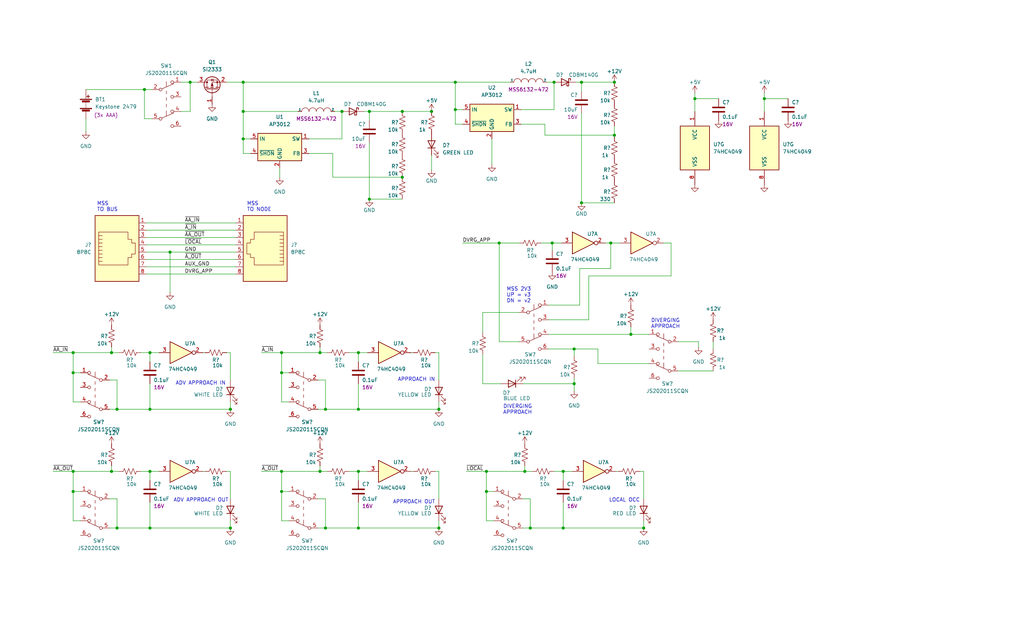
<source format=kicad_sch>
(kicad_sch (version 20211123) (generator eeschema)
  (paper "USLegal")
  (title_block (title "MSS Debugger v2.0") (company "Iowa Scaled Engineering"))
  (lib_symbols
    (symbol "4xxx:4049" (pin_names (offset 1.016))
      (property "Reference" "U" (at 0 1.27 0))
      (property "Value" "4049" (at 0 -1.27 0))
      (symbol "4049_1_0"
        (polyline (pts (xy -3.81 3.81) (xy -3.81 -3.81) (xy 3.81 0) (xy -3.81 3.81)) (stroke (width 0.254)) (fill (type background)))
        (pin output inverted (at 7.62 0 180) (length 3.81) (name "~") (number "2"))
        (pin input line (at -7.62 0 0) (length 3.81) (name "~") (number "3"))
      )
      (symbol "4049_2_0"
        (polyline (pts (xy -3.81 3.81) (xy -3.81 -3.81) (xy 3.81 0) (xy -3.81 3.81)) (stroke (width 0.254)) (fill (type background)))
        (pin output inverted (at 7.62 0 180) (length 3.81) (name "~") (number "4"))
        (pin input line (at -7.62 0 0) (length 3.81) (name "~") (number "5"))
      )
      (symbol "4049_3_0"
        (polyline (pts (xy -3.81 3.81) (xy -3.81 -3.81) (xy 3.81 0) (xy -3.81 3.81)) (stroke (width 0.254)) (fill (type background)))
        (pin output inverted (at 7.62 0 180) (length 3.81) (name "~") (number "6"))
        (pin input line (at -7.62 0 0) (length 3.81) (name "~") (number "7"))
      )
      (symbol "4049_4_0"
        (polyline (pts (xy -3.81 3.81) (xy -3.81 -3.81) (xy 3.81 0) (xy -3.81 3.81)) (stroke (width 0.254)) (fill (type background)))
        (pin output inverted (at 7.62 0 180) (length 3.81) (name "~") (number "10"))
        (pin input line (at -7.62 0 0) (length 3.81) (name "~") (number "9"))
      )
      (symbol "4049_5_0"
        (polyline (pts (xy -3.81 3.81) (xy -3.81 -3.81) (xy 3.81 0) (xy -3.81 3.81)) (stroke (width 0.254)) (fill (type background)))
        (pin input line (at -7.62 0 0) (length 3.81) (name "~") (number "11"))
        (pin output inverted (at 7.62 0 180) (length 3.81) (name "~") (number "12"))
      )
      (symbol "4049_6_0"
        (polyline (pts (xy -3.81 3.81) (xy -3.81 -3.81) (xy 3.81 0) (xy -3.81 3.81)) (stroke (width 0.254)) (fill (type background)))
        (pin input line (at -7.62 0 0) (length 3.81) (name "~") (number "14"))
        (pin output inverted (at 7.62 0 180) (length 3.81) (name "~") (number "15"))
      )
      (symbol "4049_7_0"
        (pin power_in line (at 0 12.7 270) (length 5.08) (name "VCC") (number "1"))
        (pin power_in line (at 0 -12.7 90) (length 5.08) (name "VSS") (number "8"))
      )
      (symbol "4049_7_1"
        (rectangle (start -5.08 7.62) (end 5.08 -7.62) (stroke (width 0.254)) (fill (type background)))
      )
    )
    (symbol "Connector:8P8C" (pin_names (offset 1.016))
      (property "Reference" "J" (at -5.08 13.97 0))
      (property "Value" "8P8C" (at 2.54 13.97 0))
      (symbol "8P8C_0_1"
        (polyline (pts (xy -5.08 4.445) (xy -6.35 4.445)))
        (polyline (pts (xy -5.08 5.715) (xy -6.35 5.715)))
        (polyline (pts (xy -6.35 -3.175) (xy -5.08 -3.175) (xy -5.08 -3.175)))
        (polyline (pts (xy -6.35 -1.905) (xy -5.08 -1.905) (xy -5.08 -1.905)))
        (polyline (pts (xy -6.35 -0.635) (xy -5.08 -0.635) (xy -5.08 -0.635)))
        (polyline (pts (xy -6.35 0.635) (xy -5.08 0.635) (xy -5.08 0.635)))
        (polyline (pts (xy -6.35 1.905) (xy -5.08 1.905) (xy -5.08 1.905)))
        (polyline (pts (xy -5.08 3.175) (xy -6.35 3.175) (xy -6.35 3.175)))
        (polyline (pts (xy -6.35 -4.445) (xy -6.35 6.985) (xy 3.81 6.985) (xy 3.81 4.445) (xy 5.08 4.445) (xy 5.08 3.175) (xy 6.35 3.175) (xy 6.35 -0.635) (xy 5.08 -0.635) (xy 5.08 -1.905) (xy 3.81 -1.905) (xy 3.81 -4.445) (xy -6.35 -4.445) (xy -6.35 -4.445)))
        (rectangle (start 7.62 12.7) (end -7.62 -10.16) (stroke (width 0.254)) (fill (type background)))
      )
      (symbol "8P8C_1_1"
        (pin passive line (at 10.16 -7.62 180) (length 2.54) (name "~") (number "1"))
        (pin passive line (at 10.16 -5.08 180) (length 2.54) (name "~") (number "2"))
        (pin passive line (at 10.16 -2.54 180) (length 2.54) (name "~") (number "3"))
        (pin passive line (at 10.16 0 180) (length 2.54) (name "~") (number "4"))
        (pin passive line (at 10.16 2.54 180) (length 2.54) (name "~") (number "5"))
        (pin passive line (at 10.16 5.08 180) (length 2.54) (name "~") (number "6"))
        (pin passive line (at 10.16 7.62 180) (length 2.54) (name "~") (number "7"))
        (pin passive line (at 10.16 10.16 180) (length 2.54) (name "~") (number "8"))
      )
    )
    (symbol "Device:Battery" (pin_numbers hide) (pin_names (offset 0) hide)
      (property "Reference" "BT" (at 2.54 2.54 0))
      (property "Value" "Battery" (at 2.54 0 0))
      (symbol "Battery_0_1"
        (rectangle (start -2.032 -1.397) (end 2.032 -1.651) (fill (type outline)))
        (rectangle (start -2.032 1.778) (end 2.032 1.524) (fill (type outline)))
        (rectangle (start -1.3208 -1.9812) (end 1.27 -2.4892) (fill (type outline)))
        (rectangle (start -1.3208 1.1938) (end 1.27 0.6858) (fill (type outline)))
        (polyline (pts (xy 0 -1.524) (xy 0 -1.27)))
        (polyline (pts (xy 0 -1.016) (xy 0 -0.762)))
        (polyline (pts (xy 0 -0.508) (xy 0 -0.254)))
        (polyline (pts (xy 0 0) (xy 0 0.254)))
        (polyline (pts (xy 0 0.508) (xy 0 0.762)))
        (polyline (pts (xy 0 1.778) (xy 0 2.54)))
        (polyline (pts (xy 0.254 2.667) (xy 1.27 2.667)) (stroke (width 0.254)))
        (polyline (pts (xy 0.762 3.175) (xy 0.762 2.159)) (stroke (width 0.254)))
      )
      (symbol "Battery_1_1"
        (pin passive line (at 0 5.08 270) (length 2.54) (name "+") (number "1"))
        (pin passive line (at 0 -5.08 90) (length 2.54) (name "-") (number "2"))
      )
    )
    (symbol "Device:C" (pin_numbers hide) (pin_names (offset 0.254))
      (property "Reference" "C" (at 0.635 2.54 0))
      (property "Value" "C" (at 0.635 -2.54 0))
      (symbol "C_0_1"
        (polyline (pts (xy -2.032 -0.762) (xy 2.032 -0.762)) (stroke (width 0.508)))
        (polyline (pts (xy -2.032 0.762) (xy 2.032 0.762)) (stroke (width 0.508)))
      )
      (symbol "C_1_1"
        (pin passive line (at 0 3.81 270) (length 2.794) (name "~") (number "1"))
        (pin passive line (at 0 -3.81 90) (length 2.794) (name "~") (number "2"))
      )
    )
    (symbol "Device:D_Schottky" (pin_numbers hide) (pin_names (offset 1.016) hide)
      (property "Reference" "D" (at 0 2.54 0))
      (property "Value" "D_Schottky" (at 0 -2.54 0))
      (symbol "D_Schottky_0_1"
        (polyline (pts (xy 1.27 0) (xy -1.27 0)))
        (polyline (pts (xy 1.27 1.27) (xy 1.27 -1.27) (xy -1.27 0) (xy 1.27 1.27)) (stroke (width 0.254)))
        (polyline (pts (xy -1.905 0.635) (xy -1.905 1.27) (xy -1.27 1.27) (xy -1.27 -1.27) (xy -0.635 -1.27) (xy -0.635 -0.635)) (stroke (width 0.254)))
      )
      (symbol "D_Schottky_1_1"
        (pin passive line (at -3.81 0 0) (length 2.54) (name "K") (number "1"))
        (pin passive line (at 3.81 0 180) (length 2.54) (name "A") (number "2"))
      )
    )
    (symbol "Device:LED" (pin_numbers hide) (pin_names (offset 1.016) hide)
      (property "Reference" "D" (at 0 2.54 0))
      (property "Value" "LED" (at 0 -2.54 0))
      (symbol "LED_0_1"
        (polyline (pts (xy -1.27 -1.27) (xy -1.27 1.27)) (stroke (width 0.254)))
        (polyline (pts (xy -1.27 0) (xy 1.27 0)))
        (polyline (pts (xy 1.27 -1.27) (xy 1.27 1.27) (xy -1.27 0) (xy 1.27 -1.27)) (stroke (width 0.254)))
        (polyline (pts (xy -3.048 -0.762) (xy -4.572 -2.286) (xy -3.81 -2.286) (xy -4.572 -2.286) (xy -4.572 -1.524)))
        (polyline (pts (xy -1.778 -0.762) (xy -3.302 -2.286) (xy -2.54 -2.286) (xy -3.302 -2.286) (xy -3.302 -1.524)))
      )
      (symbol "LED_1_1"
        (pin passive line (at -3.81 0 0) (length 2.54) (name "K") (number "1"))
        (pin passive line (at 3.81 0 180) (length 2.54) (name "A") (number "2"))
      )
    )
    (symbol "Device:Q_PMOS_GSD" (pin_names (offset 0) hide)
      (property "Reference" "Q" (at 5.08 1.27 0))
      (property "Value" "Q_PMOS_GSD" (at 5.08 -1.27 0))
      (symbol "Q_PMOS_GSD_0_1"
        (polyline (pts (xy 0.254 0) (xy -2.54 0)))
        (polyline (pts (xy 0.254 1.905) (xy 0.254 -1.905)) (stroke (width 0.254)))
        (polyline (pts (xy 0.762 -1.27) (xy 0.762 -2.286)) (stroke (width 0.254)))
        (polyline (pts (xy 0.762 0.508) (xy 0.762 -0.508)) (stroke (width 0.254)))
        (polyline (pts (xy 0.762 2.286) (xy 0.762 1.27)) (stroke (width 0.254)))
        (polyline (pts (xy 2.54 2.54) (xy 2.54 1.778)))
        (polyline (pts (xy 2.54 -2.54) (xy 2.54 0) (xy 0.762 0)))
        (polyline (pts (xy 0.762 1.778) (xy 3.302 1.778) (xy 3.302 -1.778) (xy 0.762 -1.778)))
        (polyline (pts (xy 2.286 0) (xy 1.27 0.381) (xy 1.27 -0.381) (xy 2.286 0)) (fill (type outline)))
        (polyline (pts (xy 2.794 -0.508) (xy 2.921 -0.381) (xy 3.683 -0.381) (xy 3.81 -0.254)))
        (polyline (pts (xy 3.302 -0.381) (xy 2.921 0.254) (xy 3.683 0.254) (xy 3.302 -0.381)))
        (circle (center 1.651 0) (radius 2.794) (stroke (width 0.254)))
        (circle (center 2.54 -1.778) (radius 0.254) (fill (type outline)))
        (circle (center 2.54 1.778) (radius 0.254) (fill (type outline)))
      )
      (symbol "Q_PMOS_GSD_1_1"
        (pin input line (at -5.08 0 0) (length 2.54) (name "G") (number "1"))
        (pin passive line (at 2.54 -5.08 90) (length 2.54) (name "S") (number "2"))
        (pin passive line (at 2.54 5.08 270) (length 2.54) (name "D") (number "3"))
      )
    )
    (symbol "Device:R_US" (pin_numbers hide) (pin_names (offset 0))
      (property "Reference" "R" (at 2.54 0 90))
      (property "Value" "R_US" (at -2.54 0 90))
      (symbol "R_US_0_1"
        (polyline (pts (xy 0 -2.286) (xy 0 -2.54)))
        (polyline (pts (xy 0 2.286) (xy 0 2.54)))
        (polyline (pts (xy 0 -0.762) (xy 1.016 -1.143) (xy 0 -1.524) (xy -1.016 -1.905) (xy 0 -2.286)))
        (polyline (pts (xy 0 0.762) (xy 1.016 0.381) (xy 0 0) (xy -1.016 -0.381) (xy 0 -0.762)))
        (polyline (pts (xy 0 2.286) (xy 1.016 1.905) (xy 0 1.524) (xy -1.016 1.143) (xy 0 0.762)))
      )
      (symbol "R_US_1_1"
        (pin passive line (at 0 3.81 270) (length 1.27) (name "~") (number "1"))
        (pin passive line (at 0 -3.81 90) (length 1.27) (name "~") (number "2"))
      )
    )
    (symbol "Mechanical:MountingHole_Pad" (pin_numbers hide) (pin_names (offset 1.016) hide)
      (property "Reference" "H" (at 0 6.35 0))
      (property "Value" "MountingHole_Pad" (at 0 4.445 0))
      (symbol "MountingHole_Pad_0_1"
        (circle (center 0 1.27) (radius 1.27) (stroke (width 1.27)))
      )
      (symbol "MountingHole_Pad_1_1"
        (pin input line (at 0 -2.54 90) (length 2.54) (name "1") (number "1"))
      )
    )
    (symbol "Regulator_Switching:AP3012"
      (property "Reference" "U" (at -7.62 5.715 0))
      (property "Value" "AP3012" (at 0 5.715 0))
      (symbol "AP3012_0_1"
        (rectangle (start -7.62 4.445) (end 7.62 -5.08) (stroke (width 0.254)) (fill (type background)))
      )
      (symbol "AP3012_1_1"
        (pin passive line (at 10.16 2.54 180) (length 2.54) (name "SW") (number "1"))
        (pin power_in line (at 0 -7.62 90) (length 2.54) (name "GND") (number "2"))
        (pin input line (at 10.16 -2.54 180) (length 2.54) (name "FB") (number "3"))
        (pin input line (at -10.16 -2.54 0) (length 2.54) (name "~{SHDN}") (number "4"))
        (pin power_in line (at -10.16 2.54 0) (length 2.54) (name "IN") (number "5"))
      )
    )
    (symbol "Switch:SW_Push_DPDT" (pin_names (offset 0) hide)
      (property "Reference" "SW" (at 0 8.89 0))
      (property "Value" "SW_Push_DPDT" (at 0 -10.16 0))
      (symbol "SW_Push_DPDT_0_0"
        (circle (center -2.032 -5.08) (radius 0.508))
        (circle (center -2.032 5.08) (radius 0.508))
        (circle (center 2.032 -7.62) (radius 0.508))
        (circle (center 2.032 2.54) (radius 0.508))
      )
      (symbol "SW_Push_DPDT_0_1"
        (polyline (pts (xy -1.524 -4.826) (xy 2.54 -3.048)))
        (polyline (pts (xy -1.524 5.334) (xy 2.54 7.112)))
        (polyline (pts (xy 0 -2.286) (xy 0 -4.064)))
        (polyline (pts (xy 0 -1.016) (xy 0 0)))
        (polyline (pts (xy 0 1.27) (xy 0 2.286)))
        (polyline (pts (xy 0 3.556) (xy 0 4.572)))
        (polyline (pts (xy 0 7.874) (xy 0 6.096)))
        (circle (center 2.032 -2.54) (radius 0.508))
        (circle (center 2.032 7.62) (radius 0.508))
      )
      (symbol "SW_Push_DPDT_1_1"
        (pin passive line (at 5.08 7.62 180) (length 2.54) (name "A") (number "1"))
        (pin passive line (at -5.08 5.08 0) (length 2.54) (name "B") (number "2"))
        (pin passive line (at 5.08 2.54 180) (length 2.54) (name "C") (number "3"))
        (pin passive line (at 5.08 -2.54 180) (length 2.54) (name "A") (number "4"))
        (pin passive line (at -5.08 -5.08 0) (length 2.54) (name "B") (number "5"))
        (pin passive line (at 5.08 -7.62 180) (length 2.54) (name "C") (number "6"))
      )
    )
    (symbol "power:+12V" (power) (pin_names (offset 0))
      (property "Value" "+12V" (at 0 3.556 0))
      (symbol "+12V_0_1"
        (polyline (pts (xy -0.762 1.27) (xy 0 2.54)))
        (polyline (pts (xy 0 0) (xy 0 2.54)))
        (polyline (pts (xy 0 2.54) (xy 0.762 1.27)))
      )
      (symbol "+12V_1_1"
        (pin power_in line (at 0 0 90) (length 0) hide (name "+12V") (number "1"))
      )
    )
    (symbol "power:+5V" (power) (pin_names (offset 0))
      (property "Value" "+5V" (at 0 3.556 0))
      (symbol "+5V_0_1"
        (polyline (pts (xy -0.762 1.27) (xy 0 2.54)))
        (polyline (pts (xy 0 0) (xy 0 2.54)))
        (polyline (pts (xy 0 2.54) (xy 0.762 1.27)))
      )
      (symbol "+5V_1_1"
        (pin power_in line (at 0 0 90) (length 0) hide (name "+5V") (number "1"))
      )
    )
    (symbol "power:GND" (power) (pin_names (offset 0))
      (property "Value" "GND" (at 0 -3.81 0))
      (symbol "GND_0_1"
        (polyline (pts (xy 0 0) (xy 0 -1.27) (xy 1.27 -1.27) (xy 0 -2.54) (xy -1.27 -1.27) (xy 0 -1.27)))
      )
      (symbol "GND_1_1"
        (pin power_in line (at 0 0 270) (length 0) hide (name "GND") (number "1"))
      )
    )
    (symbol "pspice:INDUCTOR" (pin_numbers hide) (pin_names (offset 0))
      (property "Reference" "L" (at 0 2.54 0))
      (property "Value" "INDUCTOR" (at 0 -1.27 0))
      (symbol "INDUCTOR_0_1"
        (arc (start -2.54 0) (mid -3.81 1.27) (end -5.08 0))
        (arc (start 0 0) (mid -1.27 1.27) (end -2.54 0))
        (arc (start 2.54 0) (mid 1.27 1.27) (end 0 0))
        (arc (start 5.08 0) (mid 3.81 1.27) (end 2.54 0))
      )
      (symbol "INDUCTOR_1_1"
        (pin input line (at -6.35 0 0) (length 1.27) (name "1") (number "1"))
        (pin input line (at 6.35 0 180) (length 1.27) (name "2") (number "2"))
      )
    )
  )
  (junction (at 124.46 163.83))
  (junction (at 158.115 28.575))
  (junction (at 52.07 183.515))
  (junction (at 59.055 87.63))
  (junction (at 152.4 183.515))
  (junction (at 118.745 38.735))
  (junction (at 52.07 163.83))
  (junction (at 168.91 163.83))
  (junction (at 241.3 34.29))
  (junction (at 195.58 183.515))
  (junction (at 195.58 163.83))
  (junction (at 128.27 38.735))
  (junction (at 52.07 122.555))
  (junction (at 139.7 61.595))
  (junction (at 38.735 122.555))
  (junction (at 25.4 122.555))
  (junction (at 199.39 121.285))
  (junction (at 97.79 129.54))
  (junction (at 111.125 122.555))
  (junction (at 173.355 84.455))
  (junction (at 113.03 142.24))
  (junction (at 158.115 38.1))
  (junction (at 212.09 84.455))
  (junction (at 50.165 31.115))
  (junction (at 265.43 34.29))
  (junction (at 80.01 183.515))
  (junction (at 40.64 183.515))
  (junction (at 149.86 38.735))
  (junction (at 52.07 142.24))
  (junction (at 25.4 163.83))
  (junction (at 80.01 142.24))
  (junction (at 84.455 38.735))
  (junction (at 201.93 28.575))
  (junction (at 66.04 28.575))
  (junction (at 223.52 183.515))
  (junction (at 182.245 163.83))
  (junction (at 201.93 70.485))
  (junction (at 84.455 28.575))
  (junction (at 168.91 170.815))
  (junction (at 124.46 142.24))
  (junction (at 38.735 163.83))
  (junction (at 213.36 28.575))
  (junction (at 219.075 116.205))
  (junction (at 213.36 46.99))
  (junction (at 113.03 183.515))
  (junction (at 199.39 133.35))
  (junction (at 128.27 69.215))
  (junction (at 97.79 170.815))
  (junction (at 40.64 142.24))
  (junction (at 124.46 122.555))
  (junction (at 25.4 170.815))
  (junction (at 139.7 38.735))
  (junction (at 191.77 84.455))
  (junction (at 111.125 163.83))
  (junction (at 184.15 183.515))
  (junction (at 97.79 122.555))
  (junction (at 124.46 183.515))
  (junction (at 97.79 163.83))
  (junction (at 192.405 28.575))
  (junction (at 152.4 142.24))
  (junction (at 84.455 48.26))
  (junction (at 25.4 129.54))
  (wire (pts (xy 213.36 46.99) (xy 189.23 46.99)))
  (wire (pts (xy 128.27 38.735) (xy 139.7 38.735)))
  (wire (pts (xy 124.46 122.555) (xy 124.46 125.73)))
  (wire (pts (xy 158.115 28.575) (xy 158.115 38.1)))
  (wire (pts (xy 210.185 84.455) (xy 212.09 84.455)))
  (wire (pts (xy 191.77 84.455) (xy 191.77 86.995)))
  (wire (pts (xy 213.36 46.99) (xy 213.36 47.625)))
  (wire (pts (xy 195.58 163.83) (xy 195.58 167.005)))
  (wire (pts (xy 207.645 126.365) (xy 207.645 121.285)))
  (wire (pts (xy 66.04 38.735) (xy 62.865 38.735)))
  (wire (pts (xy 198.755 163.83) (xy 195.58 163.83)))
  (wire (pts (xy 118.745 48.26) (xy 118.745 38.735)))
  (wire (pts (xy 124.46 133.35) (xy 124.46 142.24)))
  (wire (pts (xy 167.64 108.585) (xy 167.64 115.57)))
  (wire (pts (xy 50.8 90.17) (xy 81.915 90.17)))
  (wire (pts (xy 201.295 106.045) (xy 201.295 93.345)))
  (wire (pts (xy 127.635 163.83) (xy 124.46 163.83)))
  (wire (pts (xy 168.91 170.815) (xy 168.91 163.83)))
  (wire (pts (xy 115.57 53.34) (xy 107.315 53.34)))
  (wire (pts (xy 118.745 38.735) (xy 116.205 38.735)))
  (wire (pts (xy 50.165 41.275) (xy 52.705 41.275)))
  (wire (pts (xy 25.4 129.54) (xy 25.4 139.7)))
  (wire (pts (xy 265.43 34.29) (xy 265.43 38.735)))
  (wire (pts (xy 52.07 122.555) (xy 52.07 125.73)))
  (wire (pts (xy 52.07 142.24) (xy 40.64 142.24)))
  (wire (pts (xy 204.47 111.125) (xy 204.47 95.885)))
  (wire (pts (xy 124.46 174.625) (xy 124.46 183.515)))
  (wire (pts (xy 52.07 133.35) (xy 52.07 142.24)))
  (wire (pts (xy 127.635 122.555) (xy 124.46 122.555)))
  (wire (pts (xy 100.33 170.815) (xy 97.79 170.815)))
  (wire (pts (xy 50.8 85.09) (xy 81.915 85.09)))
  (wire (pts (xy 190.5 111.125) (xy 204.47 111.125)))
  (wire (pts (xy 190.5 106.045) (xy 201.295 106.045)))
  (wire (pts (xy 126.365 38.735) (xy 128.27 38.735)))
  (wire (pts (xy 225.425 126.365) (xy 207.645 126.365)))
  (wire (pts (xy 230.505 84.455) (xy 233.045 84.455)))
  (wire (pts (xy 80.01 122.555) (xy 80.01 132.08)))
  (wire (pts (xy 219.075 113.665) (xy 219.075 116.205)))
  (wire (pts (xy 124.46 122.555) (xy 121.285 122.555)))
  (wire (pts (xy 50.8 95.25) (xy 81.915 95.25)))
  (wire (pts (xy 55.245 122.555) (xy 52.07 122.555)))
  (wire (pts (xy 212.09 84.455) (xy 215.265 84.455)))
  (wire (pts (xy 59.055 87.63) (xy 59.055 101.6)))
  (wire (pts (xy 241.3 34.29) (xy 241.3 38.735)))
  (wire (pts (xy 59.055 87.63) (xy 81.915 87.63)))
  (wire (pts (xy 161.925 163.83) (xy 168.91 163.83)))
  (wire (pts (xy 38.735 163.83) (xy 41.275 163.83)))
  (wire (pts (xy 223.52 180.975) (xy 223.52 183.515)))
  (wire (pts (xy 124.46 163.83) (xy 124.46 167.005)))
  (wire (pts (xy 40.64 142.24) (xy 38.1 142.24)))
  (wire (pts (xy 142.875 122.555) (xy 143.51 122.555)))
  (wire (pts (xy 152.4 122.555) (xy 152.4 132.08)))
  (wire (pts (xy 52.07 163.83) (xy 52.07 167.005)))
  (wire (pts (xy 158.115 28.575) (xy 177.165 28.575)))
  (wire (pts (xy 152.4 142.24) (xy 124.46 142.24)))
  (wire (pts (xy 25.4 129.54) (xy 25.4 122.555)))
  (wire (pts (xy 97.79 170.815) (xy 97.79 163.83)))
  (wire (pts (xy 171.45 170.815) (xy 168.91 170.815)))
  (wire (pts (xy 204.47 95.885) (xy 233.045 95.885)))
  (wire (pts (xy 182.245 163.83) (xy 184.785 163.83)))
  (wire (pts (xy 40.64 132.08) (xy 40.64 142.24)))
  (wire (pts (xy 84.455 38.735) (xy 84.455 48.26)))
  (wire (pts (xy 182.245 161.925) (xy 182.245 163.83)))
  (wire (pts (xy 167.64 133.35) (xy 173.99 133.35)))
  (wire (pts (xy 84.455 53.34) (xy 86.995 53.34)))
  (wire (pts (xy 139.7 61.595) (xy 115.57 61.595)))
  (wire (pts (xy 181.61 173.355) (xy 184.15 173.355)))
  (wire (pts (xy 107.315 48.26) (xy 118.745 48.26)))
  (wire (pts (xy 52.07 122.555) (xy 48.895 122.555)))
  (wire (pts (xy 242.57 118.745) (xy 242.57 120.65)))
  (wire (pts (xy 84.455 53.34) (xy 84.455 48.26)))
  (wire (pts (xy 80.01 183.515) (xy 52.07 183.515)))
  (wire (pts (xy 29.845 45.72) (xy 29.845 41.275)))
  (wire (pts (xy 184.15 173.355) (xy 184.15 183.515)))
  (wire (pts (xy 190.5 116.205) (xy 219.075 116.205)))
  (wire (pts (xy 128.27 41.91) (xy 128.27 38.735)))
  (wire (pts (xy 181.61 133.35) (xy 199.39 133.35)))
  (wire (pts (xy 100.33 139.7) (xy 97.79 139.7)))
  (wire (pts (xy 192.405 38.1) (xy 192.405 28.575)))
  (wire (pts (xy 199.39 135.89) (xy 199.39 133.35)))
  (wire (pts (xy 223.52 163.83) (xy 223.52 173.355)))
  (wire (pts (xy 199.39 133.35) (xy 199.39 131.445)))
  (wire (pts (xy 52.07 183.515) (xy 40.64 183.515)))
  (wire (pts (xy 40.64 183.515) (xy 38.1 183.515)))
  (wire (pts (xy 50.8 77.47) (xy 81.915 77.47)))
  (wire (pts (xy 187.96 84.455) (xy 191.77 84.455)))
  (wire (pts (xy 80.01 142.24) (xy 52.07 142.24)))
  (wire (pts (xy 113.03 142.24) (xy 110.49 142.24)))
  (wire (pts (xy 97.79 170.815) (xy 97.79 180.975)))
  (wire (pts (xy 168.91 170.815) (xy 168.91 180.975)))
  (wire (pts (xy 171.45 180.975) (xy 168.91 180.975)))
  (wire (pts (xy 213.995 163.83) (xy 214.63 163.83)))
  (wire (pts (xy 173.355 84.455) (xy 173.355 118.745)))
  (wire (pts (xy 27.94 180.975) (xy 25.4 180.975)))
  (wire (pts (xy 78.74 122.555) (xy 80.01 122.555)))
  (wire (pts (xy 212.09 93.345) (xy 212.09 84.455)))
  (wire (pts (xy 191.77 84.455) (xy 194.945 84.455)))
  (wire (pts (xy 190.5 121.285) (xy 199.39 121.285)))
  (wire (pts (xy 40.64 173.355) (xy 40.64 183.515)))
  (wire (pts (xy 201.93 31.75) (xy 201.93 28.575)))
  (wire (pts (xy 52.07 174.625) (xy 52.07 183.515)))
  (wire (pts (xy 124.46 142.24) (xy 113.03 142.24)))
  (wire (pts (xy 167.64 123.19) (xy 167.64 133.35)))
  (wire (pts (xy 25.4 163.83) (xy 38.735 163.83)))
  (wire (pts (xy 38.735 122.555) (xy 41.275 122.555)))
  (wire (pts (xy 113.03 183.515) (xy 110.49 183.515)))
  (wire (pts (xy 18.415 122.555) (xy 25.4 122.555)))
  (wire (pts (xy 70.485 163.83) (xy 71.12 163.83)))
  (wire (pts (xy 27.94 139.7) (xy 25.4 139.7)))
  (wire (pts (xy 235.585 128.905) (xy 247.65 128.905)))
  (wire (pts (xy 84.455 28.575) (xy 84.455 38.735)))
  (wire (pts (xy 113.03 173.355) (xy 113.03 183.515)))
  (wire (pts (xy 90.805 122.555) (xy 97.79 122.555)))
  (wire (pts (xy 97.79 129.54) (xy 97.79 122.555)))
  (wire (pts (xy 27.94 170.815) (xy 25.4 170.815)))
  (wire (pts (xy 113.03 132.08) (xy 113.03 142.24)))
  (wire (pts (xy 173.355 118.745) (xy 180.34 118.745)))
  (wire (pts (xy 152.4 180.975) (xy 152.4 183.515)))
  (wire (pts (xy 100.33 180.975) (xy 97.79 180.975)))
  (wire (pts (xy 111.125 163.83) (xy 113.665 163.83)))
  (wire (pts (xy 152.4 163.83) (xy 152.4 173.355)))
  (wire (pts (xy 52.07 163.83) (xy 48.895 163.83)))
  (wire (pts (xy 158.115 43.18) (xy 160.655 43.18)))
  (wire (pts (xy 149.86 53.975) (xy 149.86 59.055)))
  (wire (pts (xy 62.865 28.575) (xy 66.04 28.575)))
  (wire (pts (xy 97.79 122.555) (xy 111.125 122.555)))
  (wire (pts (xy 38.1 173.355) (xy 40.64 173.355)))
  (wire (pts (xy 124.46 163.83) (xy 121.285 163.83)))
  (wire (pts (xy 90.805 163.83) (xy 97.79 163.83)))
  (wire (pts (xy 139.7 69.215) (xy 128.27 69.215)))
  (wire (pts (xy 152.4 139.7) (xy 152.4 142.24)))
  (wire (pts (xy 78.74 163.83) (xy 80.01 163.83)))
  (wire (pts (xy 180.34 108.585) (xy 167.64 108.585)))
  (wire (pts (xy 66.04 28.575) (xy 68.58 28.575)))
  (wire (pts (xy 70.485 122.555) (xy 71.12 122.555)))
  (wire (pts (xy 50.8 82.55) (xy 81.915 82.55)))
  (wire (pts (xy 84.455 48.26) (xy 86.995 48.26)))
  (wire (pts (xy 189.23 43.18) (xy 180.975 43.18)))
  (wire (pts (xy 84.455 28.575) (xy 158.115 28.575)))
  (wire (pts (xy 110.49 132.08) (xy 113.03 132.08)))
  (wire (pts (xy 180.975 38.1) (xy 192.405 38.1)))
  (wire (pts (xy 207.645 121.285) (xy 199.39 121.285)))
  (wire (pts (xy 168.91 163.83) (xy 182.245 163.83)))
  (wire (pts (xy 235.585 118.745) (xy 242.57 118.745)))
  (wire (pts (xy 223.52 183.515) (xy 195.58 183.515)))
  (wire (pts (xy 29.845 31.115) (xy 50.165 31.115)))
  (wire (pts (xy 189.23 46.99) (xy 189.23 43.18)))
  (wire (pts (xy 38.735 120.65) (xy 38.735 122.555)))
  (wire (pts (xy 50.165 31.115) (xy 50.165 41.275)))
  (wire (pts (xy 195.58 174.625) (xy 195.58 183.515)))
  (wire (pts (xy 192.405 28.575) (xy 189.865 28.575)))
  (wire (pts (xy 55.245 163.83) (xy 52.07 163.83)))
  (wire (pts (xy 173.355 84.455) (xy 180.34 84.455)))
  (wire (pts (xy 152.4 183.515) (xy 124.46 183.515)))
  (wire (pts (xy 233.045 95.885) (xy 233.045 84.455)))
  (wire (pts (xy 100.33 129.54) (xy 97.79 129.54)))
  (wire (pts (xy 201.93 39.37) (xy 201.93 70.485)))
  (wire (pts (xy 213.36 70.485) (xy 201.93 70.485)))
  (wire (pts (xy 66.04 28.575) (xy 66.04 38.735)))
  (wire (pts (xy 158.115 38.1) (xy 160.655 38.1)))
  (wire (pts (xy 142.875 163.83) (xy 143.51 163.83)))
  (wire (pts (xy 265.43 34.29) (xy 273.685 34.29)))
  (wire (pts (xy 213.36 43.815) (xy 213.36 46.99)))
  (wire (pts (xy 110.49 173.355) (xy 113.03 173.355)))
  (wire (pts (xy 25.4 122.555) (xy 38.735 122.555)))
  (wire (pts (xy 38.735 161.925) (xy 38.735 163.83)))
  (wire (pts (xy 201.93 28.575) (xy 213.36 28.575)))
  (wire (pts (xy 97.79 163.83) (xy 111.125 163.83)))
  (wire (pts (xy 184.15 183.515) (xy 181.61 183.515)))
  (wire (pts (xy 50.8 92.71) (xy 81.915 92.71)))
  (wire (pts (xy 219.075 116.205) (xy 225.425 116.205)))
  (wire (pts (xy 160.655 84.455) (xy 173.355 84.455)))
  (wire (pts (xy 128.27 49.53) (xy 128.27 69.215)))
  (wire (pts (xy 80.01 139.7) (xy 80.01 142.24)))
  (wire (pts (xy 50.8 80.01) (xy 81.915 80.01)))
  (wire (pts (xy 111.125 120.65) (xy 111.125 122.555)))
  (wire (pts (xy 97.155 58.42) (xy 97.155 61.595)))
  (wire (pts (xy 84.455 38.735) (xy 103.505 38.735)))
  (wire (pts (xy 97.79 129.54) (xy 97.79 139.7)))
  (wire (pts (xy 195.58 183.515) (xy 184.15 183.515)))
  (wire (pts (xy 124.46 183.515) (xy 113.03 183.515)))
  (wire (pts (xy 201.295 93.345) (xy 212.09 93.345)))
  (wire (pts (xy 111.125 122.555) (xy 113.665 122.555)))
  (wire (pts (xy 241.3 32.385) (xy 241.3 34.29)))
  (wire (pts (xy 200.025 28.575) (xy 201.93 28.575)))
  (wire (pts (xy 222.25 163.83) (xy 223.52 163.83)))
  (wire (pts (xy 80.01 180.975) (xy 80.01 183.515)))
  (wire (pts (xy 18.415 163.83) (xy 25.4 163.83)))
  (wire (pts (xy 111.125 161.925) (xy 111.125 163.83)))
  (wire (pts (xy 50.8 87.63) (xy 59.055 87.63)))
  (wire (pts (xy 80.01 163.83) (xy 80.01 173.355)))
  (wire (pts (xy 170.815 48.26) (xy 170.815 57.15)))
  (wire (pts (xy 27.94 129.54) (xy 25.4 129.54)))
  (wire (pts (xy 84.455 28.575) (xy 78.74 28.575)))
  (wire (pts (xy 195.58 163.83) (xy 192.405 163.83)))
  (wire (pts (xy 247.65 118.745) (xy 247.65 121.285)))
  (wire (pts (xy 25.4 170.815) (xy 25.4 180.975)))
  (wire (pts (xy 38.1 132.08) (xy 40.64 132.08)))
  (wire (pts (xy 50.165 31.115) (xy 52.705 31.115)))
  (wire (pts (xy 149.86 38.735) (xy 139.7 38.735)))
  (wire (pts (xy 151.13 122.555) (xy 152.4 122.555)))
  (wire (pts (xy 199.39 121.285) (xy 199.39 123.825)))
  (wire (pts (xy 25.4 170.815) (xy 25.4 163.83)))
  (wire (pts (xy 115.57 61.595) (xy 115.57 53.34)))
  (wire (pts (xy 241.3 34.29) (xy 249.555 34.29)))
  (wire (pts (xy 158.115 43.18) (xy 158.115 38.1)))
  (wire (pts (xy 151.13 163.83) (xy 152.4 163.83)))
  (wire (pts (xy 265.43 32.385) (xy 265.43 34.29)))
  (text "MSS\nTO BUS" (at 33.655 73.66 0) (effects (font (size 1.27 1.27)) (justify left bottom)))
  (text "APPROACH IN" (at 151.13 132.715 180) (effects (font (size 1.27 1.27)) (justify right bottom)))
  (text "DIVERGING\nAPPROACH" (at 184.785 144.145 180) (effects (font (size 1.27 1.27)) (justify right bottom)))
  (text "MSS\nTO NODE" (at 85.725 73.66 0) (effects (font (size 1.27 1.27)) (justify left bottom)))
  (text "ADV APPROACH OUT" (at 79.375 174.625 180) (effects (font (size 1.27 1.27)) (justify right bottom)))
  (text "APPROACH OUT" (at 151.13 175.26 180) (effects (font (size 1.27 1.27)) (justify right bottom)))
  (text "ADV APPROACH IN" (at 60.96 133.985 0) (effects (font (size 1.27 1.27)) (justify left bottom)))
  (text "LOCAL OCC" (at 222.25 174.625 180) (effects (font (size 1.27 1.27)) (justify right bottom)))
  (text "DIVERGING\nAPPROACH" (at 226.06 114.3 0) (effects (font (size 1.27 1.27)) (justify left bottom)))
  (text "MSS 2V3\nUP = v3\nDN = v2" (at 175.895 105.41 0) (effects (font (size 1.27 1.27)) (justify left bottom)))
  (label "~{LOCAL}" (at 64.135 85.09 0))
  (label "~{A_IN}" (at 64.135 80.01 0))
  (label "~{LOCAL}" (at 161.925 163.83 0))
  (label "~{AA_IN}" (at 18.415 122.555 0))
  (label "~{A_OUT}" (at 64.135 90.17 0))
  (label "DVRG_APP" (at 64.135 95.25 0))
  (label "~{AA_OUT}" (at 64.135 82.55 0))
  (label "~{AA_IN}" (at 64.135 77.47 0))
  (label "DVRG_APP" (at 160.655 84.455 0))
  (label "GND" (at 64.135 87.63 0))
  (label "~{A_OUT}" (at 90.805 163.83 0))
  (label "AUX_GND" (at 64.135 92.71 0))
  (label "~{AA_OUT}" (at 18.415 163.83 0))
  (label "~{A_IN}" (at 90.805 122.555 0))
  (symbol (lib_id "Device:R_US") (at 74.93 163.83 270) (unit 1)
    (property "Reference" "R?" (at 74.93 166.37 90))
    (property "Value" "10k" (at 75.565 168.275 90))
    (property "Footprint" "Resistor_SMD:R_0805_2012Metric" (effects hide))
  )
  (symbol (lib_id "Device:R_US") (at 38.735 158.115 180) (unit 1)
    (property "Reference" "R?" (at 36.195 158.115 0))
    (property "Value" "10k" (at 35.56 160.655 0))
    (property "Footprint" "Resistor_SMD:R_0805_2012Metric" (effects hide))
  )
  (symbol (lib_id "power:GND") (at 273.685 41.91 0) (unit 1)
    (property "Reference" "#PWR?" (effects hide))
    (property "Value" "GND" (effects hide))
  )
  (symbol (lib_id "Switch:SW_Push_DPDT") (at 105.41 137.16 0) (mirror y) (unit 1)
    (property "Reference" "SW?" (at 106.68 146.685 0))
    (property "Value" "JS202011SCQN" (at 106.68 149.225 0))
  )
  (symbol (lib_id "Device:R_US") (at 182.245 158.115 180) (unit 1)
    (property "Reference" "R?" (at 179.705 158.115 0))
    (property "Value" "10k" (at 179.07 160.655 0))
    (property "Footprint" "Resistor_SMD:R_0805_2012Metric" (effects hide))
  )
  (symbol (lib_id "Device:C") (at 273.685 38.1 0) (unit 1)
    (property "Reference" "C?" (at 274.955 35.56 0) (effects (justify left)))
    (property "Value" "0.1uF" (at 274.955 40.64 0) (effects (justify left)))
    (property "Footprint" "Capacitor_SMD:C_0805_2012Metric" (effects hide))
    (property "Voltage" "16V" (at 274.955 43.18 0) (effects (justify left)))
  )
  (symbol (lib_id "pspice:INDUCTOR") (at 109.855 38.735 0) (unit 1)
    (property "Reference" "L1" (at 109.855 32.385 0))
    (property "Value" "4.7uH" (at 109.855 34.925 0))
    (property "Footprint" "ISE_UltraLibrarian:MSS6132-xxxMLC" (effects hide))
    (property "Device" "MSS6132-472" (at 109.855 41.275 0))
  )
  (symbol (lib_id "power:GND") (at 29.845 45.72 0) (unit 1)
    (property "Reference" "#PWR?" (effects hide))
    (property "Value" "GND" (at 29.845 50.8 0))
  )
  (symbol (lib_id "Device:R_US") (at 74.93 122.555 270) (unit 1)
    (property "Reference" "R?" (at 74.93 125.095 90))
    (property "Value" "10k" (at 75.565 127 90))
    (property "Footprint" "Resistor_SMD:R_0805_2012Metric" (effects hide))
  )
  (symbol (lib_id "Device:R_US") (at 147.32 163.83 270) (unit 1)
    (property "Reference" "R?" (at 147.32 166.37 90))
    (property "Value" "10k" (at 147.955 168.275 90))
    (property "Footprint" "Resistor_SMD:R_0805_2012Metric" (effects hide))
  )
  (symbol (lib_id "Device:C") (at 52.07 129.54 0) (unit 1)
    (property "Reference" "C?" (at 53.34 127 0) (effects (justify left)))
    (property "Value" "0.1uF" (at 53.34 132.08 0) (effects (justify left)))
    (property "Footprint" "Capacitor_SMD:C_0805_2012Metric" (effects hide))
    (property "Voltage" "16V" (at 53.34 134.62 0) (effects (justify left)))
  )
  (symbol (lib_id "power:+12V") (at 111.125 154.305 0) (mirror y) (unit 1)
    (property "Reference" "#PWR?" (effects hide))
    (property "Value" "+12V" (at 111.125 150.495 0))
  )
  (symbol (lib_id "power:GND") (at 97.155 61.595 0) (unit 1)
    (property "Reference" "#PWR?" (effects hide))
    (property "Value" "GND" (at 97.155 66.675 0))
  )
  (symbol (lib_id "power:GND") (at 265.43 64.135 0) (unit 1)
    (property "Reference" "#PWR?" (effects hide))
    (property "Value" "GND" (effects hide))
  )
  (symbol (lib_id "Device:LED") (at 80.01 177.165 90) (unit 1)
    (property "Reference" "D?" (at 77.47 176.53 90) (effects (justify left)))
    (property "Value" "WHITE LED" (at 77.47 178.435 90) (effects (justify left)))
    (property "Footprint" "LED_SMD:LED_0805_2012Metric" (effects hide))
  )
  (symbol (lib_id "4xxx:4049") (at 206.375 163.83 0) (unit 1)
    (property "Reference" "U?" (at 209.55 160.655 0))
    (property "Value" "74HC4049" (at 207.01 169.545 0))
    (property "Footprint" "Package_SO:SO-16_3.9x9.9mm_P1.27mm" (effects hide))
    (property "Datasheet" "http://www.intersil.com/content/dam/intersil/documents/cd40/cd4049ubms.pdf" (effects hide))
  )
  (symbol (lib_id "Device:R_US") (at 45.085 163.83 270) (unit 1)
    (property "Reference" "R?" (at 45.085 166.37 90))
    (property "Value" "10k" (at 45.72 168.275 90))
    (property "Footprint" "Resistor_SMD:R_0805_2012Metric" (effects hide))
  )
  (symbol (lib_id "Device:R_US") (at 213.36 59.055 180) (unit 1)
    (property "Reference" "R?" (at 210.82 59.055 0))
    (property "Value" "1k" (at 210.185 61.595 0))
    (property "Footprint" "Resistor_SMD:R_0805_2012Metric" (effects hide))
  )
  (symbol (lib_id "power:+12V") (at 111.125 113.03 0) (mirror y) (unit 1)
    (property "Reference" "#PWR?" (effects hide))
    (property "Value" "+12V" (at 111.125 109.22 0))
  )
  (symbol (lib_id "power:+5V") (at 149.86 38.735 0) (unit 1)
    (property "Reference" "#PWR?" (effects hide))
    (property "Value" "+5V" (at 149.86 34.925 0))
  )
  (symbol (lib_id "power:GND") (at 191.77 94.615 0) (unit 1)
    (property "Reference" "#PWR?" (effects hide))
    (property "Value" "GND" (at 191.77 99.695 0))
  )
  (symbol (lib_id "power:GND") (at 80.01 142.24 0) (unit 1)
    (property "Reference" "#PWR?" (effects hide))
    (property "Value" "GND" (at 80.01 147.32 0))
  )
  (symbol (lib_id "Device:R_US") (at 218.44 163.83 270) (unit 1)
    (property "Reference" "R?" (at 218.44 166.37 90))
    (property "Value" "10k" (at 219.075 168.275 90))
    (property "Footprint" "Resistor_SMD:R_0805_2012Metric" (effects hide))
  )
  (symbol (lib_id "power:GND") (at 152.4 183.515 0) (unit 1)
    (property "Reference" "#PWR?" (effects hide))
    (property "Value" "GND" (at 152.4 188.595 0))
  )
  (symbol (lib_id "Device:R_US") (at 139.7 57.785 180) (unit 1)
    (property "Reference" "R?" (at 137.16 57.785 0))
    (property "Value" "10k" (at 136.525 60.325 0))
    (property "Footprint" "Resistor_SMD:R_0805_2012Metric" (effects hide))
  )
  (symbol (lib_id "Device:R_US") (at 184.15 84.455 270) (unit 1)
    (property "Reference" "R?" (at 184.15 86.995 90))
    (property "Value" "10k" (at 184.785 88.9 90))
    (property "Footprint" "Resistor_SMD:R_0805_2012Metric" (effects hide))
  )
  (symbol (lib_id "power:GND") (at 170.815 57.15 0) (unit 1)
    (property "Reference" "#PWR014" (effects hide))
    (property "Value" "GND" (at 170.815 62.23 0))
  )
  (symbol (lib_id "Device:LED") (at 80.01 135.89 90) (unit 1)
    (property "Reference" "D?" (at 77.47 135.255 90) (effects (justify left)))
    (property "Value" "WHITE LED" (at 77.47 137.16 90) (effects (justify left)))
    (property "Footprint" "LED_SMD:LED_0805_2012Metric" (effects hide))
  )
  (symbol (lib_id "Device:C") (at 124.46 170.815 0) (unit 1)
    (property "Reference" "C?" (at 125.73 168.275 0) (effects (justify left)))
    (property "Value" "0.1uF" (at 125.73 173.355 0) (effects (justify left)))
    (property "Footprint" "Capacitor_SMD:C_0805_2012Metric" (effects hide))
    (property "Voltage" "16V" (at 125.73 175.895 0) (effects (justify left)))
  )
  (symbol (lib_id "4xxx:4049") (at 202.565 84.455 0) (unit 1)
    (property "Reference" "U?" (at 205.74 81.28 0))
    (property "Value" "74HC4049" (at 203.2 90.17 0))
    (property "Footprint" "Package_SO:SO-16_3.9x9.9mm_P1.27mm" (effects hide))
    (property "Datasheet" "http://www.intersil.com/content/dam/intersil/documents/cd40/cd4049ubms.pdf" (effects hide))
  )
  (symbol (lib_id "power:GND") (at 241.3 64.135 0) (unit 1)
    (property "Reference" "#PWR?" (effects hide))
    (property "Value" "GND" (effects hide))
  )
  (symbol (lib_id "power:GND") (at 223.52 183.515 0) (unit 1)
    (property "Reference" "#PWR?" (effects hide))
    (property "Value" "GND" (at 223.52 188.595 0))
  )
  (symbol (lib_id "4xxx:4049") (at 222.885 84.455 0) (unit 1)
    (property "Reference" "U?" (at 226.06 81.28 0))
    (property "Value" "74HC4049" (at 223.52 90.17 0))
    (property "Footprint" "Package_SO:SO-16_3.9x9.9mm_P1.27mm" (effects hide))
    (property "Datasheet" "http://www.intersil.com/content/dam/intersil/documents/cd40/cd4049ubms.pdf" (effects hide))
  )
  (symbol (lib_id "Connector:8P8C") (at 92.075 85.09 180) (unit 1)
    (property "Reference" "J?" (at 100.965 85.0899 0) (effects (justify right)))
    (property "Value" "8P8C" (at 100.965 87.6299 0) (effects (justify right)))
    (property "Footprint" "RJ45_Amphenol_54602-x08_Horizontal" (effects hide))
  )
  (symbol (lib_id "Device:Q_PMOS_GSD") (at 73.66 31.115 90) (unit 1)
    (property "Reference" "Q1" (at 73.66 21.59 90))
    (property "Value" "Si2333" (at 73.66 24.13 90))
  )
  (symbol (lib_id "Switch:SW_Push_DPDT") (at 105.41 178.435 0) (mirror y) (unit 1)
    (property "Reference" "SW?" (at 106.68 187.96 0))
    (property "Value" "JS202011SCQN" (at 106.68 190.5 0))
  )
  (symbol (lib_id "power:GND") (at 152.4 142.24 0) (unit 1)
    (property "Reference" "#PWR?" (effects hide))
    (property "Value" "GND" (at 152.4 147.32 0))
  )
  (symbol (lib_id "Device:R_US") (at 111.125 116.84 180) (unit 1)
    (property "Reference" "R?" (at 108.585 116.84 0))
    (property "Value" "10k" (at 107.95 119.38 0))
    (property "Footprint" "Resistor_SMD:R_0805_2012Metric" (effects hide))
  )
  (symbol (lib_id "Device:C") (at 52.07 170.815 0) (unit 1)
    (property "Reference" "C?" (at 53.34 168.275 0) (effects (justify left)))
    (property "Value" "0.1uF" (at 53.34 173.355 0) (effects (justify left)))
    (property "Footprint" "Capacitor_SMD:C_0805_2012Metric" (effects hide))
    (property "Voltage" "16V" (at 53.34 175.895 0) (effects (justify left)))
  )
  (symbol (lib_id "power:+5V") (at 241.3 32.385 0) (unit 1)
    (property "Reference" "#PWR?" (effects hide))
    (property "Value" "+5V" (at 241.3 28.575 0))
  )
  (symbol (lib_id "Device:R_US") (at 247.65 125.095 0) (mirror x) (unit 1)
    (property "Reference" "R?" (at 250.19 125.095 0))
    (property "Value" "1k" (at 250.825 127.635 0))
    (property "Footprint" "Resistor_SMD:R_0805_2012Metric" (effects hide))
  )
  (symbol (lib_id "Device:C") (at 124.46 129.54 0) (unit 1)
    (property "Reference" "C?" (at 125.73 127 0) (effects (justify left)))
    (property "Value" "0.1uF" (at 125.73 132.08 0) (effects (justify left)))
    (property "Footprint" "Capacitor_SMD:C_0805_2012Metric" (effects hide))
    (property "Voltage" "16V" (at 125.73 134.62 0) (effects (justify left)))
  )
  (symbol (lib_id "Device:C") (at 191.77 90.805 0) (unit 1)
    (property "Reference" "C?" (at 193.04 88.265 0) (effects (justify left)))
    (property "Value" "0.1uF" (at 193.04 93.345 0) (effects (justify left)))
    (property "Footprint" "Capacitor_SMD:C_0805_2012Metric" (effects hide))
    (property "Voltage" "16V" (at 193.04 95.885 0) (effects (justify left)))
  )
  (symbol (lib_id "power:GND") (at 199.39 135.89 0) (unit 1)
    (property "Reference" "#PWR?" (effects hide))
    (property "Value" "GND" (at 199.39 140.97 0))
  )
  (symbol (lib_id "Device:R_US") (at 219.075 109.855 180) (unit 1)
    (property "Reference" "R?" (at 216.535 109.855 0))
    (property "Value" "10k" (at 215.9 112.395 0))
    (property "Footprint" "Resistor_SMD:R_0805_2012Metric" (effects hide))
  )
  (symbol (lib_id "Device:R_US") (at 139.7 65.405 180) (unit 1)
    (property "Reference" "R?" (at 137.16 65.405 0))
    (property "Value" "10k" (at 136.525 67.945 0))
    (property "Footprint" "Resistor_SMD:R_0805_2012Metric" (effects hide))
  )
  (symbol (lib_id "Switch:SW_Push_DPDT") (at 57.785 36.195 0) (unit 1)
    (property "Reference" "SW1" (at 57.785 22.86 0))
    (property "Value" "JS202011SCQN" (at 57.785 25.4 0))
  )
  (symbol (lib_id "power:+12V") (at 38.735 113.03 0) (mirror y) (unit 1)
    (property "Reference" "#PWR?" (effects hide))
    (property "Value" "+12V" (at 38.735 109.22 0))
  )
  (symbol (lib_id "pspice:INDUCTOR") (at 183.515 28.575 0) (unit 1)
    (property "Reference" "L2" (at 183.515 22.225 0))
    (property "Value" "4.7uH" (at 183.515 24.765 0))
    (property "Footprint" "ISE_UltraLibrarian:MSS6132-xxxMLC" (effects hide))
    (property "Device" "MSS6132-472" (at 183.515 31.115 0))
  )
  (symbol (lib_id "Switch:SW_Push_DPDT") (at 33.02 137.16 0) (mirror y) (unit 1)
    (property "Reference" "SW?" (at 34.29 146.685 0))
    (property "Value" "JS202011SCQN" (at 34.29 149.225 0))
  )
  (symbol (lib_id "Device:R_US") (at 213.36 32.385 180) (unit 1)
    (property "Reference" "R?" (at 210.82 32.385 0))
    (property "Value" "10k" (at 210.185 34.925 0))
    (property "Footprint" "Resistor_SMD:R_0805_2012Metric" (effects hide))
  )
  (symbol (lib_id "Device:LED") (at 152.4 135.89 90) (unit 1)
    (property "Reference" "D?" (at 149.86 135.255 90) (effects (justify left)))
    (property "Value" "YELLOW LED" (at 149.86 137.16 90) (effects (justify left)))
    (property "Footprint" "LED_SMD:LED_0805_2012Metric" (effects hide))
  )
  (symbol (lib_id "power:GND") (at 73.66 36.195 0) (unit 1)
    (property "Reference" "#PWR?" (effects hide))
    (property "Value" "GND" (at 73.66 41.275 0))
  )
  (symbol (lib_id "power:+12V") (at 247.65 111.125 0) (mirror y) (unit 1)
    (property "Reference" "#PWR?" (effects hide))
    (property "Value" "+12V" (at 247.65 107.315 0))
  )
  (symbol (lib_id "4xxx:4049") (at 62.865 163.83 0) (unit 1)
    (property "Reference" "U?" (at 66.04 160.655 0))
    (property "Value" "74HC4049" (at 63.5 169.545 0))
    (property "Footprint" "Package_SO:SO-16_3.9x9.9mm_P1.27mm" (effects hide))
    (property "Datasheet" "http://www.intersil.com/content/dam/intersil/documents/cd40/cd4049ubms.pdf" (effects hide))
  )
  (symbol (lib_id "power:GND") (at 249.555 41.91 0) (unit 1)
    (property "Reference" "#PWR?" (effects hide))
    (property "Value" "GND" (effects hide))
  )
  (symbol (lib_id "Device:D_Schottky") (at 196.215 28.575 0) (mirror y) (unit 1)
    (property "Reference" "D?" (at 193.04 26.035 0) (effects (justify right)))
    (property "Value" "CDBM140G" (at 197.485 26.035 0) (effects (justify right)))
    (property "Footprint" "ISE_Generic:SOD-123T" (effects hide))
  )
  (symbol (lib_id "Device:R_US") (at 213.36 51.435 180) (unit 1)
    (property "Reference" "R?" (at 210.82 51.435 0))
    (property "Value" "1k" (at 210.185 53.975 0))
    (property "Footprint" "Resistor_SMD:R_0805_2012Metric" (effects hide))
  )
  (symbol (lib_id "Regulator_Switching:AP3012") (at 97.155 50.8 0) (unit 1)
    (property "Reference" "U1" (at 97.155 40.64 0))
    (property "Value" "AP3012" (at 97.155 43.18 0))
    (property "Footprint" "Package_TO_SOT_SMD:SOT-23-5" (effects hide))
    (property "Datasheet" "https://www.diodes.com/assets/Datasheets/AP3012.pdf" (effects hide))
  )
  (symbol (lib_id "4xxx:4049") (at 135.255 122.555 0) (unit 1)
    (property "Reference" "U?" (at 138.43 119.38 0))
    (property "Value" "74HC4049" (at 135.89 128.27 0))
    (property "Footprint" "Package_SO:SO-16_3.9x9.9mm_P1.27mm" (effects hide))
    (property "Datasheet" "http://www.intersil.com/content/dam/intersil/documents/cd40/cd4049ubms.pdf" (effects hide))
  )
  (symbol (lib_id "Device:R_US") (at 199.39 127.635 180) (unit 1)
    (property "Reference" "R?" (at 196.85 127.635 0))
    (property "Value" "10k" (at 196.215 130.175 0))
    (property "Footprint" "Resistor_SMD:R_0805_2012Metric" (effects hide))
  )
  (symbol (lib_id "Connector:8P8C") (at 40.64 85.09 0) (mirror x) (unit 1)
    (property "Reference" "J?" (at 31.75 85.0899 0) (effects (justify right)))
    (property "Value" "8P8C" (at 31.75 87.6299 0) (effects (justify right)))
    (property "Footprint" "RJ45_Amphenol_54602-x08_Horizontal" (effects hide))
  )
  (symbol (lib_id "power:GND") (at 128.27 69.215 0) (mirror y) (unit 1)
    (property "Reference" "#PWR?" (effects hide))
    (property "Value" "GND" (at 128.27 73.025 0))
  )
  (symbol (lib_id "Device:R_US") (at 38.735 116.84 180) (unit 1)
    (property "Reference" "R?" (at 36.195 116.84 0))
    (property "Value" "10k" (at 35.56 119.38 0))
    (property "Footprint" "Resistor_SMD:R_0805_2012Metric" (effects hide))
  )
  (symbol (lib_id "Device:R_US") (at 149.86 42.545 180) (unit 1)
    (property "Reference" "R?" (at 147.32 42.545 0))
    (property "Value" "1k" (at 146.685 45.085 0))
    (property "Footprint" "Resistor_SMD:R_0805_2012Metric" (effects hide))
  )
  (symbol (lib_id "Mechanical:MountingHole_Pad") (at 396.24 212.09 0) (unit 1)
    (property "Reference" "H2" (at 398.78 210.8199 0) (effects (justify left)))
    (property "Value" "MountingHole" (at 398.78 213.3599 0) (effects (justify left)))
    (property "Footprint" "MountingHole:MountingHole_3.2mm_M3_Pad" (effects hide))
  )
  (symbol (lib_id "Regulator_Switching:AP3012") (at 170.815 40.64 0) (unit 1)
    (property "Reference" "U2" (at 170.815 30.48 0))
    (property "Value" "AP3012" (at 170.815 33.02 0))
    (property "Footprint" "Package_TO_SOT_SMD:SOT-23-5" (effects hide))
    (property "Datasheet" "https://www.diodes.com/assets/Datasheets/AP3012.pdf" (effects hide))
  )
  (symbol (lib_id "Device:D_Schottky") (at 122.555 38.735 0) (mirror y) (unit 1)
    (property "Reference" "D?" (at 119.38 36.195 0) (effects (justify right)))
    (property "Value" "CDBM140G" (at 123.825 36.195 0) (effects (justify right)))
    (property "Footprint" "ISE_Generic:SOD-123T" (effects hide))
  )
  (symbol (lib_id "Device:R_US") (at 213.36 40.005 180) (unit 1)
    (property "Reference" "R?" (at 210.82 40.005 0))
    (property "Value" "10k" (at 210.185 42.545 0))
    (property "Footprint" "Resistor_SMD:R_0805_2012Metric" (effects hide))
  )
  (symbol (lib_id "Device:LED") (at 177.8 133.35 180) (unit 1)
    (property "Reference" "D?" (at 177.165 136.525 0) (effects (justify left)))
    (property "Value" "BLUE LED" (at 184.15 138.43 0) (effects (justify left)))
    (property "Footprint" "LED_SMD:LED_0805_2012Metric" (effects hide))
  )
  (symbol (lib_id "power:GND") (at 149.86 59.055 0) (unit 1)
    (property "Reference" "#PWR?" (effects hide))
    (property "Value" "GND" (at 149.86 62.865 0))
  )
  (symbol (lib_id "Device:R_US") (at 117.475 122.555 270) (unit 1)
    (property "Reference" "R?" (at 117.475 125.095 90))
    (property "Value" "10k" (at 118.11 127 90))
    (property "Footprint" "Resistor_SMD:R_0805_2012Metric" (effects hide))
  )
  (symbol (lib_id "power:GND") (at 201.93 70.485 0) (mirror y) (unit 1)
    (property "Reference" "#PWR015" (effects hide))
    (property "Value" "GND" (at 201.93 74.295 0))
  )
  (symbol (lib_id "Device:C") (at 201.93 35.56 0) (mirror y) (unit 1)
    (property "Reference" "C?" (at 200.66 33.02 0) (effects (justify left)))
    (property "Value" "10uF" (at 200.66 38.1 0) (effects (justify left)))
    (property "Footprint" "Capacitor_SMD:C_0805_2012Metric" (effects hide))
    (property "Voltage" "16V" (at 200.66 40.64 0) (effects (justify left)))
  )
  (symbol (lib_id "Device:Battery") (at 29.845 36.195 0) (unit 1)
    (property "Reference" "BT1" (at 33.02 34.5439 0) (effects (justify left)))
    (property "Value" "Keystone 2479" (at 33.02 37.0839 0) (effects (justify left)))
    (property "Note" "(3x AAA)" (at 36.83 40.005 0))
  )
  (symbol (lib_id "power:GND") (at 59.055 101.6 0) (unit 1)
    (property "Reference" "#PWR?" (effects hide))
    (property "Value" "GND" (at 59.055 106.68 0))
  )
  (symbol (lib_id "Device:R_US") (at 213.36 66.675 180) (unit 1)
    (property "Reference" "R?" (at 210.82 66.675 0))
    (property "Value" "330" (at 210.185 69.215 0))
    (property "Footprint" "Resistor_SMD:R_0805_2012Metric" (effects hide))
  )
  (symbol (lib_id "4xxx:4049") (at 241.3 51.435 0) (unit 7)
    (property "Reference" "U?" (at 247.65 50.1649 0) (effects (justify left)))
    (property "Value" "74HC4049" (at 247.65 52.7049 0) (effects (justify left)))
    (property "Footprint" "Package_SO:SO-16_3.9x9.9mm_P1.27mm" (effects hide))
    (property "Datasheet" "http://www.intersil.com/content/dam/intersil/documents/cd40/cd4049ubms.pdf" (effects hide))
  )
  (symbol (lib_id "Mechanical:MountingHole_Pad") (at 396.24 219.71 0) (unit 1)
    (property "Reference" "H3" (at 398.78 218.4399 0) (effects (justify left)))
    (property "Value" "MountingHole" (at 398.78 220.9799 0) (effects (justify left)))
    (property "Footprint" "MountingHole:MountingHole_3.2mm_M3_Pad" (effects hide))
  )
  (symbol (lib_id "power:GND") (at 242.57 120.65 0) (unit 1)
    (property "Reference" "#PWR?" (effects hide))
    (property "Value" "GND" (at 242.57 125.73 0))
  )
  (symbol (lib_id "4xxx:4049") (at 265.43 51.435 0) (unit 7)
    (property "Reference" "U?" (at 271.78 50.1649 0) (effects (justify left)))
    (property "Value" "74HC4049" (at 271.78 52.7049 0) (effects (justify left)))
    (property "Footprint" "Package_SO:SO-16_3.9x9.9mm_P1.27mm" (effects hide))
    (property "Datasheet" "http://www.intersil.com/content/dam/intersil/documents/cd40/cd4049ubms.pdf" (effects hide))
  )
  (symbol (lib_id "Device:LED") (at 152.4 177.165 90) (unit 1)
    (property "Reference" "D?" (at 149.86 176.53 90) (effects (justify left)))
    (property "Value" "YELLOW LED" (at 149.86 178.435 90) (effects (justify left)))
    (property "Footprint" "LED_SMD:LED_0805_2012Metric" (effects hide))
  )
  (symbol (lib_id "Device:R_US") (at 147.32 122.555 270) (unit 1)
    (property "Reference" "R?" (at 147.32 125.095 90))
    (property "Value" "10k" (at 147.955 127 90))
    (property "Footprint" "Resistor_SMD:R_0805_2012Metric" (effects hide))
  )
  (symbol (lib_id "Device:R_US") (at 247.65 114.935 0) (mirror x) (unit 1)
    (property "Reference" "R?" (at 250.19 114.935 0))
    (property "Value" "1k" (at 250.825 117.475 0))
    (property "Footprint" "Resistor_SMD:R_0805_2012Metric" (effects hide))
  )
  (symbol (lib_id "Device:LED") (at 223.52 177.165 90) (unit 1)
    (property "Reference" "D?" (at 220.98 176.53 90) (effects (justify left)))
    (property "Value" "RED LED" (at 220.98 178.435 90) (effects (justify left)))
    (property "Footprint" "LED_SMD:LED_0805_2012Metric" (effects hide))
  )
  (symbol (lib_id "power:+12V") (at 219.075 106.045 0) (mirror y) (unit 1)
    (property "Reference" "#PWR?" (effects hide))
    (property "Value" "+12V" (at 219.075 102.235 0))
  )
  (symbol (lib_id "Mechanical:MountingHole_Pad") (at 396.24 227.33 0) (unit 1)
    (property "Reference" "H4" (at 398.78 226.0599 0) (effects (justify left)))
    (property "Value" "MountingHole" (at 398.78 228.5999 0) (effects (justify left)))
    (property "Footprint" "MountingHole:MountingHole_3.2mm_M3_Pad" (effects hide))
  )
  (symbol (lib_id "Device:R_US") (at 139.7 42.545 180) (unit 1)
    (property "Reference" "R?" (at 137.16 42.545 0))
    (property "Value" "10k" (at 136.525 45.085 0))
    (property "Footprint" "Resistor_SMD:R_0805_2012Metric" (effects hide))
  )
  (symbol (lib_id "Switch:SW_Push_DPDT") (at 176.53 178.435 0) (mirror y) (unit 1)
    (property "Reference" "SW?" (at 177.8 187.96 0))
    (property "Value" "JS202011SCQN" (at 177.8 190.5 0))
  )
  (symbol (lib_id "Device:R_US") (at 45.085 122.555 270) (unit 1)
    (property "Reference" "R?" (at 45.085 125.095 90))
    (property "Value" "10k" (at 45.72 127 90))
    (property "Footprint" "Resistor_SMD:R_0805_2012Metric" (effects hide))
  )
  (symbol (lib_id "Device:C") (at 249.555 38.1 0) (unit 1)
    (property "Reference" "C?" (at 250.825 35.56 0) (effects (justify left)))
    (property "Value" "0.1uF" (at 250.825 40.64 0) (effects (justify left)))
    (property "Footprint" "Capacitor_SMD:C_0805_2012Metric" (effects hide))
    (property "Voltage" "16V" (at 250.825 43.18 0) (effects (justify left)))
  )
  (symbol (lib_id "Device:C") (at 195.58 170.815 0) (unit 1)
    (property "Reference" "C?" (at 196.85 168.275 0) (effects (justify left)))
    (property "Value" "0.1uF" (at 196.85 173.355 0) (effects (justify left)))
    (property "Footprint" "Capacitor_SMD:C_0805_2012Metric" (effects hide))
    (property "Voltage" "16V" (at 196.85 175.895 0) (effects (justify left)))
  )
  (symbol (lib_id "power:+12V") (at 182.245 154.305 0) (mirror y) (unit 1)
    (property "Reference" "#PWR?" (effects hide))
    (property "Value" "+12V" (at 182.245 150.495 0))
  )
  (symbol (lib_id "Switch:SW_Push_DPDT") (at 185.42 113.665 0) (unit 1)
    (property "Reference" "SW?" (at 184.15 123.19 0))
    (property "Value" "JS202011SCQN" (at 184.15 125.73 0))
  )
  (symbol (lib_id "Device:LED") (at 149.86 50.165 90) (unit 1)
    (property "Reference" "D?" (at 153.67 50.4824 90) (effects (justify right)))
    (property "Value" "GREEN LED" (at 153.67 53.0224 90) (effects (justify right)))
    (property "Footprint" "LED_SMD:LED_0805_2012Metric" (effects hide))
  )
  (symbol (lib_id "power:+5V") (at 265.43 32.385 0) (unit 1)
    (property "Reference" "#PWR?" (effects hide))
    (property "Value" "+5V" (at 265.43 28.575 0))
  )
  (symbol (lib_id "power:+12V") (at 213.36 28.575 0) (mirror y) (unit 1)
    (property "Reference" "#PWR022" (effects hide))
    (property "Value" "+12V" (at 213.36 24.765 0))
  )
  (symbol (lib_id "Switch:SW_Push_DPDT") (at 33.02 178.435 0) (mirror y) (unit 1)
    (property "Reference" "SW?" (at 34.29 187.96 0))
    (property "Value" "JS202011SCQN" (at 34.29 190.5 0))
  )
  (symbol (lib_id "Device:C") (at 128.27 45.72 0) (mirror y) (unit 1)
    (property "Reference" "C?" (at 127 43.18 0) (effects (justify left)))
    (property "Value" "10uF" (at 127 48.26 0) (effects (justify left)))
    (property "Footprint" "Capacitor_SMD:C_0805_2012Metric" (effects hide))
    (property "Voltage" "16V" (at 127 50.8 0) (effects (justify left)))
  )
  (symbol (lib_id "Device:R_US") (at 188.595 163.83 270) (unit 1)
    (property "Reference" "R?" (at 188.595 166.37 90))
    (property "Value" "10k" (at 189.23 168.275 90))
    (property "Footprint" "Resistor_SMD:R_0805_2012Metric" (effects hide))
  )
  (symbol (lib_id "4xxx:4049") (at 62.865 122.555 0) (unit 1)
    (property "Reference" "U?" (at 66.04 119.38 0))
    (property "Value" "74HC4049" (at 63.5 128.27 0))
    (property "Footprint" "Package_SO:SO-16_3.9x9.9mm_P1.27mm" (effects hide))
    (property "Datasheet" "http://www.intersil.com/content/dam/intersil/documents/cd40/cd4049ubms.pdf" (effects hide))
  )
  (symbol (lib_id "Device:R_US") (at 117.475 163.83 270) (unit 1)
    (property "Reference" "R?" (at 117.475 166.37 90))
    (property "Value" "10k" (at 118.11 168.275 90))
    (property "Footprint" "Resistor_SMD:R_0805_2012Metric" (effects hide))
  )
  (symbol (lib_id "power:GND") (at 80.01 183.515 0) (unit 1)
    (property "Reference" "#PWR?" (effects hide))
    (property "Value" "GND" (at 80.01 188.595 0))
  )
  (symbol (lib_id "Device:R_US") (at 167.64 119.38 180) (unit 1)
    (property "Reference" "R?" (at 165.1 119.38 0))
    (property "Value" "10k" (at 164.465 121.92 0))
    (property "Footprint" "Resistor_SMD:R_0805_2012Metric" (effects hide))
  )
  (symbol (lib_id "Switch:SW_Push_DPDT") (at 230.505 123.825 0) (mirror y) (unit 1)
    (property "Reference" "SW?" (at 231.775 133.35 0))
    (property "Value" "JS202011SCQN" (at 231.775 135.89 0))
  )
  (symbol (lib_id "Device:R_US") (at 111.125 158.115 180) (unit 1)
    (property "Reference" "R?" (at 108.585 158.115 0))
    (property "Value" "10k" (at 107.95 160.655 0))
    (property "Footprint" "Resistor_SMD:R_0805_2012Metric" (effects hide))
  )
  (symbol (lib_id "power:+12V") (at 38.735 154.305 0) (mirror y) (unit 1)
    (property "Reference" "#PWR?" (effects hide))
    (property "Value" "+12V" (at 38.735 150.495 0))
  )
  (symbol (lib_id "4xxx:4049") (at 135.255 163.83 0) (unit 1)
    (property "Reference" "U?" (at 138.43 160.655 0))
    (property "Value" "74HC4049" (at 135.89 169.545 0))
    (property "Footprint" "Package_SO:SO-16_3.9x9.9mm_P1.27mm" (effects hide))
    (property "Datasheet" "http://www.intersil.com/content/dam/intersil/documents/cd40/cd4049ubms.pdf" (effects hide))
  )
  (symbol (lib_id "Device:R_US") (at 139.7 50.165 180) (unit 1)
    (property "Reference" "R?" (at 137.16 50.165 0))
    (property "Value" "10k" (at 136.525 52.705 0))
    (property "Footprint" "Resistor_SMD:R_0805_2012Metric" (effects hide))
  )
  (symbol (lib_id "Mechanical:MountingHole_Pad") (at 396.24 204.47 0) (unit 1)
    (property "Reference" "H1" (at 398.78 203.1999 0) (effects (justify left)))
    (property "Value" "MountingHole" (at 398.78 205.7399 0) (effects (justify left)))
    (property "Footprint" "MountingHole:MountingHole_3.2mm_M3_Pad" (effects hide))
  )
)
</source>
